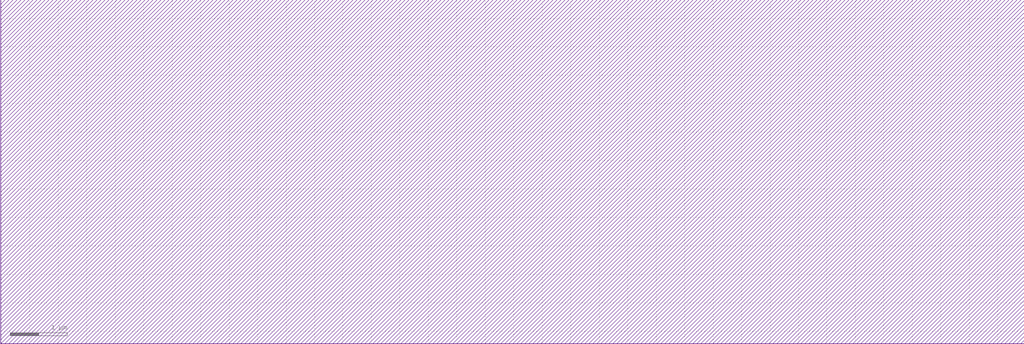
<source format=lef>
VERSION 5.7 ;
  NOWIREEXTENSIONATPIN ON ;
  DIVIDERCHAR "/" ;
  BUSBITCHARS "[]" ;
UNITS
  DATABASE MICRONS 200 ;
END UNITS

LAYER via2
  TYPE CUT ;
END via2

LAYER via
  TYPE CUT ;
END via

LAYER nwell
  TYPE MASTERSLICE ;
END nwell

LAYER via3
  TYPE CUT ;
END via3

LAYER pwell
  TYPE MASTERSLICE ;
END pwell

LAYER via4
  TYPE CUT ;
END via4

LAYER mcon
  TYPE CUT ;
END mcon

LAYER met6
  TYPE ROUTING ;
  WIDTH 0.030000 ;
  SPACING 0.040000 ;
  DIRECTION HORIZONTAL ;
END met6

LAYER met1
  TYPE ROUTING ;
  WIDTH 0.140000 ;
  SPACING 0.140000 ;
  DIRECTION HORIZONTAL ;
END met1

LAYER met3
  TYPE ROUTING ;
  WIDTH 0.300000 ;
  SPACING 0.300000 ;
  DIRECTION HORIZONTAL ;
END met3

LAYER met2
  TYPE ROUTING ;
  WIDTH 0.140000 ;
  SPACING 0.140000 ;
  DIRECTION HORIZONTAL ;
END met2

LAYER met4
  TYPE ROUTING ;
  WIDTH 0.300000 ;
  SPACING 0.300000 ;
  DIRECTION HORIZONTAL ;
END met4

LAYER met5
  TYPE ROUTING ;
  WIDTH 1.600000 ;
  SPACING 1.600000 ;
  DIRECTION HORIZONTAL ;
END met5

LAYER li1
  TYPE ROUTING ;
  WIDTH 0.170000 ;
  SPACING 0.170000 ;
  DIRECTION HORIZONTAL ;
END li1

MACRO sky130_hilas_swc4x2celloverlap
  CLASS BLOCK ;
  FOREIGN sky130_hilas_swc4x2celloverlap ;
  ORIGIN 10.010 -7.280 ;
  SIZE 17.970 BY 6.050 ;
END sky130_hilas_swc4x2celloverlap
END LIBRARY


</source>
